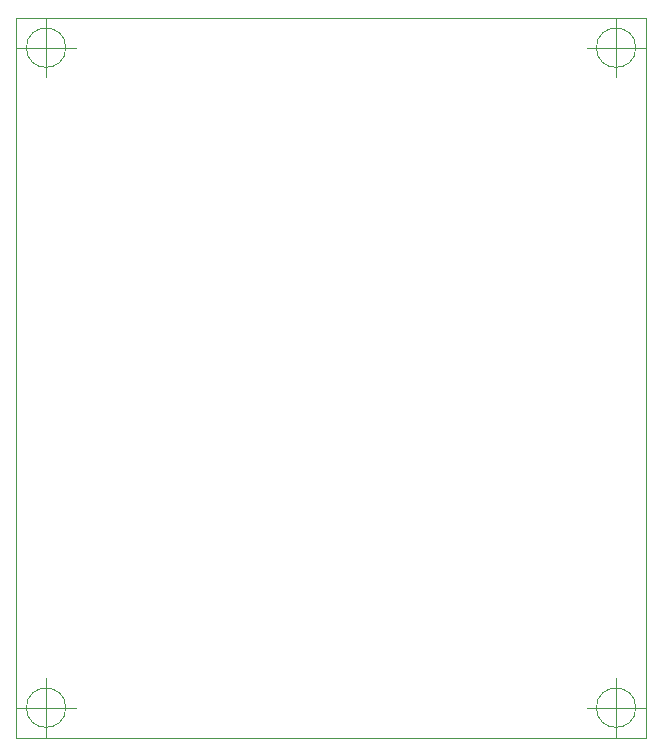
<source format=gm1>
G04 #@! TF.GenerationSoftware,KiCad,Pcbnew,(5.1.5)-3*
G04 #@! TF.CreationDate,2020-03-02T23:39:02-06:00*
G04 #@! TF.ProjectId,PMT_PCB,504d545f-5043-4422-9e6b-696361645f70,rev?*
G04 #@! TF.SameCoordinates,Original*
G04 #@! TF.FileFunction,Profile,NP*
%FSLAX46Y46*%
G04 Gerber Fmt 4.6, Leading zero omitted, Abs format (unit mm)*
G04 Created by KiCad (PCBNEW (5.1.5)-3) date 2020-03-02 23:39:02*
%MOMM*%
%LPD*%
G04 APERTURE LIST*
%ADD10C,0.050000*%
G04 APERTURE END LIST*
D10*
X114300000Y-115570000D02*
X114300000Y-54610000D01*
X167640000Y-115570000D02*
X114300000Y-115570000D01*
X167640000Y-54610000D02*
X167640000Y-115570000D01*
X114300000Y-54610000D02*
X167640000Y-54610000D01*
X118506666Y-113030000D02*
G75*
G03X118506666Y-113030000I-1666666J0D01*
G01*
X114340000Y-113030000D02*
X119340000Y-113030000D01*
X116840000Y-110530000D02*
X116840000Y-115530000D01*
X166766666Y-113030000D02*
G75*
G03X166766666Y-113030000I-1666666J0D01*
G01*
X162600000Y-113030000D02*
X167600000Y-113030000D01*
X165100000Y-110530000D02*
X165100000Y-115530000D01*
X166766666Y-57150000D02*
G75*
G03X166766666Y-57150000I-1666666J0D01*
G01*
X162600000Y-57150000D02*
X167600000Y-57150000D01*
X165100000Y-54650000D02*
X165100000Y-59650000D01*
X118506666Y-57150000D02*
G75*
G03X118506666Y-57150000I-1666666J0D01*
G01*
X114340000Y-57150000D02*
X119340000Y-57150000D01*
X116840000Y-54650000D02*
X116840000Y-59650000D01*
M02*

</source>
